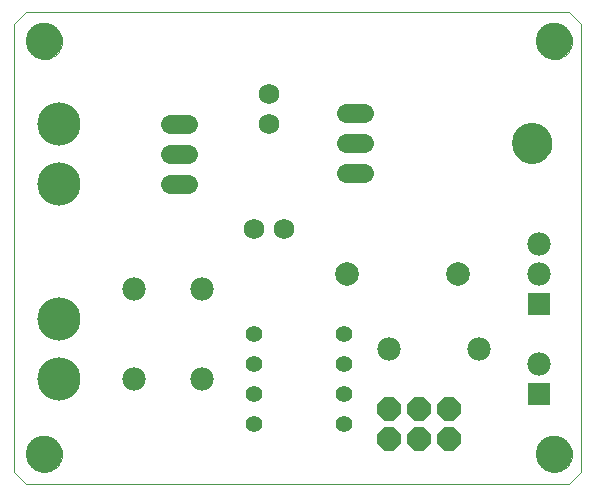
<source format=gbs>
G75*
G70*
%OFA0B0*%
%FSLAX24Y24*%
%IPPOS*%
%LPD*%
%AMOC8*
5,1,8,0,0,1.08239X$1,22.5*
%
%ADD10C,0.0000*%
%ADD11C,0.1221*%
%ADD12C,0.0640*%
%ADD13C,0.1340*%
%ADD14C,0.0560*%
%ADD15C,0.1440*%
%ADD16R,0.0780X0.0780*%
%ADD17C,0.0780*%
%ADD18C,0.0690*%
%ADD19C,0.0790*%
%ADD20OC8,0.0780*%
D10*
X000150Y000544D02*
X000544Y000150D01*
X018654Y000150D01*
X019048Y000544D01*
X019048Y015504D01*
X018654Y015898D01*
X000544Y015898D01*
X000150Y015504D01*
X000150Y000544D01*
X000559Y001150D02*
X000561Y001198D01*
X000567Y001246D01*
X000577Y001293D01*
X000590Y001339D01*
X000608Y001384D01*
X000628Y001428D01*
X000653Y001470D01*
X000681Y001509D01*
X000711Y001546D01*
X000745Y001580D01*
X000782Y001612D01*
X000820Y001641D01*
X000861Y001666D01*
X000904Y001688D01*
X000949Y001706D01*
X000995Y001720D01*
X001042Y001731D01*
X001090Y001738D01*
X001138Y001741D01*
X001186Y001740D01*
X001234Y001735D01*
X001282Y001726D01*
X001328Y001714D01*
X001373Y001697D01*
X001417Y001677D01*
X001459Y001654D01*
X001499Y001627D01*
X001537Y001597D01*
X001572Y001564D01*
X001604Y001528D01*
X001634Y001490D01*
X001660Y001449D01*
X001682Y001406D01*
X001702Y001362D01*
X001717Y001317D01*
X001729Y001270D01*
X001737Y001222D01*
X001741Y001174D01*
X001741Y001126D01*
X001737Y001078D01*
X001729Y001030D01*
X001717Y000983D01*
X001702Y000938D01*
X001682Y000894D01*
X001660Y000851D01*
X001634Y000810D01*
X001604Y000772D01*
X001572Y000736D01*
X001537Y000703D01*
X001499Y000673D01*
X001459Y000646D01*
X001417Y000623D01*
X001373Y000603D01*
X001328Y000586D01*
X001282Y000574D01*
X001234Y000565D01*
X001186Y000560D01*
X001138Y000559D01*
X001090Y000562D01*
X001042Y000569D01*
X000995Y000580D01*
X000949Y000594D01*
X000904Y000612D01*
X000861Y000634D01*
X000820Y000659D01*
X000782Y000688D01*
X000745Y000720D01*
X000711Y000754D01*
X000681Y000791D01*
X000653Y000830D01*
X000628Y000872D01*
X000608Y000916D01*
X000590Y000961D01*
X000577Y001007D01*
X000567Y001054D01*
X000561Y001102D01*
X000559Y001150D01*
X000559Y014912D02*
X000561Y014960D01*
X000567Y015008D01*
X000577Y015055D01*
X000590Y015101D01*
X000608Y015146D01*
X000628Y015190D01*
X000653Y015232D01*
X000681Y015271D01*
X000711Y015308D01*
X000745Y015342D01*
X000782Y015374D01*
X000820Y015403D01*
X000861Y015428D01*
X000904Y015450D01*
X000949Y015468D01*
X000995Y015482D01*
X001042Y015493D01*
X001090Y015500D01*
X001138Y015503D01*
X001186Y015502D01*
X001234Y015497D01*
X001282Y015488D01*
X001328Y015476D01*
X001373Y015459D01*
X001417Y015439D01*
X001459Y015416D01*
X001499Y015389D01*
X001537Y015359D01*
X001572Y015326D01*
X001604Y015290D01*
X001634Y015252D01*
X001660Y015211D01*
X001682Y015168D01*
X001702Y015124D01*
X001717Y015079D01*
X001729Y015032D01*
X001737Y014984D01*
X001741Y014936D01*
X001741Y014888D01*
X001737Y014840D01*
X001729Y014792D01*
X001717Y014745D01*
X001702Y014700D01*
X001682Y014656D01*
X001660Y014613D01*
X001634Y014572D01*
X001604Y014534D01*
X001572Y014498D01*
X001537Y014465D01*
X001499Y014435D01*
X001459Y014408D01*
X001417Y014385D01*
X001373Y014365D01*
X001328Y014348D01*
X001282Y014336D01*
X001234Y014327D01*
X001186Y014322D01*
X001138Y014321D01*
X001090Y014324D01*
X001042Y014331D01*
X000995Y014342D01*
X000949Y014356D01*
X000904Y014374D01*
X000861Y014396D01*
X000820Y014421D01*
X000782Y014450D01*
X000745Y014482D01*
X000711Y014516D01*
X000681Y014553D01*
X000653Y014592D01*
X000628Y014634D01*
X000608Y014678D01*
X000590Y014723D01*
X000577Y014769D01*
X000567Y014816D01*
X000561Y014864D01*
X000559Y014912D01*
X016756Y011512D02*
X016758Y011562D01*
X016764Y011612D01*
X016774Y011662D01*
X016787Y011710D01*
X016804Y011758D01*
X016825Y011804D01*
X016849Y011848D01*
X016877Y011890D01*
X016908Y011930D01*
X016942Y011967D01*
X016979Y012002D01*
X017018Y012033D01*
X017059Y012062D01*
X017103Y012087D01*
X017149Y012109D01*
X017196Y012127D01*
X017244Y012141D01*
X017293Y012152D01*
X017343Y012159D01*
X017393Y012162D01*
X017444Y012161D01*
X017494Y012156D01*
X017544Y012147D01*
X017592Y012135D01*
X017640Y012118D01*
X017686Y012098D01*
X017731Y012075D01*
X017774Y012048D01*
X017814Y012018D01*
X017852Y011985D01*
X017887Y011949D01*
X017920Y011910D01*
X017949Y011869D01*
X017975Y011826D01*
X017998Y011781D01*
X018017Y011734D01*
X018032Y011686D01*
X018044Y011637D01*
X018052Y011587D01*
X018056Y011537D01*
X018056Y011487D01*
X018052Y011437D01*
X018044Y011387D01*
X018032Y011338D01*
X018017Y011290D01*
X017998Y011243D01*
X017975Y011198D01*
X017949Y011155D01*
X017920Y011114D01*
X017887Y011075D01*
X017852Y011039D01*
X017814Y011006D01*
X017774Y010976D01*
X017731Y010949D01*
X017686Y010926D01*
X017640Y010906D01*
X017592Y010889D01*
X017544Y010877D01*
X017494Y010868D01*
X017444Y010863D01*
X017393Y010862D01*
X017343Y010865D01*
X017293Y010872D01*
X017244Y010883D01*
X017196Y010897D01*
X017149Y010915D01*
X017103Y010937D01*
X017059Y010962D01*
X017018Y010991D01*
X016979Y011022D01*
X016942Y011057D01*
X016908Y011094D01*
X016877Y011134D01*
X016849Y011176D01*
X016825Y011220D01*
X016804Y011266D01*
X016787Y011314D01*
X016774Y011362D01*
X016764Y011412D01*
X016758Y011462D01*
X016756Y011512D01*
X017559Y014912D02*
X017561Y014960D01*
X017567Y015008D01*
X017577Y015055D01*
X017590Y015101D01*
X017608Y015146D01*
X017628Y015190D01*
X017653Y015232D01*
X017681Y015271D01*
X017711Y015308D01*
X017745Y015342D01*
X017782Y015374D01*
X017820Y015403D01*
X017861Y015428D01*
X017904Y015450D01*
X017949Y015468D01*
X017995Y015482D01*
X018042Y015493D01*
X018090Y015500D01*
X018138Y015503D01*
X018186Y015502D01*
X018234Y015497D01*
X018282Y015488D01*
X018328Y015476D01*
X018373Y015459D01*
X018417Y015439D01*
X018459Y015416D01*
X018499Y015389D01*
X018537Y015359D01*
X018572Y015326D01*
X018604Y015290D01*
X018634Y015252D01*
X018660Y015211D01*
X018682Y015168D01*
X018702Y015124D01*
X018717Y015079D01*
X018729Y015032D01*
X018737Y014984D01*
X018741Y014936D01*
X018741Y014888D01*
X018737Y014840D01*
X018729Y014792D01*
X018717Y014745D01*
X018702Y014700D01*
X018682Y014656D01*
X018660Y014613D01*
X018634Y014572D01*
X018604Y014534D01*
X018572Y014498D01*
X018537Y014465D01*
X018499Y014435D01*
X018459Y014408D01*
X018417Y014385D01*
X018373Y014365D01*
X018328Y014348D01*
X018282Y014336D01*
X018234Y014327D01*
X018186Y014322D01*
X018138Y014321D01*
X018090Y014324D01*
X018042Y014331D01*
X017995Y014342D01*
X017949Y014356D01*
X017904Y014374D01*
X017861Y014396D01*
X017820Y014421D01*
X017782Y014450D01*
X017745Y014482D01*
X017711Y014516D01*
X017681Y014553D01*
X017653Y014592D01*
X017628Y014634D01*
X017608Y014678D01*
X017590Y014723D01*
X017577Y014769D01*
X017567Y014816D01*
X017561Y014864D01*
X017559Y014912D01*
X017559Y001150D02*
X017561Y001198D01*
X017567Y001246D01*
X017577Y001293D01*
X017590Y001339D01*
X017608Y001384D01*
X017628Y001428D01*
X017653Y001470D01*
X017681Y001509D01*
X017711Y001546D01*
X017745Y001580D01*
X017782Y001612D01*
X017820Y001641D01*
X017861Y001666D01*
X017904Y001688D01*
X017949Y001706D01*
X017995Y001720D01*
X018042Y001731D01*
X018090Y001738D01*
X018138Y001741D01*
X018186Y001740D01*
X018234Y001735D01*
X018282Y001726D01*
X018328Y001714D01*
X018373Y001697D01*
X018417Y001677D01*
X018459Y001654D01*
X018499Y001627D01*
X018537Y001597D01*
X018572Y001564D01*
X018604Y001528D01*
X018634Y001490D01*
X018660Y001449D01*
X018682Y001406D01*
X018702Y001362D01*
X018717Y001317D01*
X018729Y001270D01*
X018737Y001222D01*
X018741Y001174D01*
X018741Y001126D01*
X018737Y001078D01*
X018729Y001030D01*
X018717Y000983D01*
X018702Y000938D01*
X018682Y000894D01*
X018660Y000851D01*
X018634Y000810D01*
X018604Y000772D01*
X018572Y000736D01*
X018537Y000703D01*
X018499Y000673D01*
X018459Y000646D01*
X018417Y000623D01*
X018373Y000603D01*
X018328Y000586D01*
X018282Y000574D01*
X018234Y000565D01*
X018186Y000560D01*
X018138Y000559D01*
X018090Y000562D01*
X018042Y000569D01*
X017995Y000580D01*
X017949Y000594D01*
X017904Y000612D01*
X017861Y000634D01*
X017820Y000659D01*
X017782Y000688D01*
X017745Y000720D01*
X017711Y000754D01*
X017681Y000791D01*
X017653Y000830D01*
X017628Y000872D01*
X017608Y000916D01*
X017590Y000961D01*
X017577Y001007D01*
X017567Y001054D01*
X017561Y001102D01*
X017559Y001150D01*
D11*
X018150Y001150D03*
X018150Y014912D03*
X001150Y014912D03*
X001150Y001150D03*
D12*
X005350Y010150D02*
X005950Y010150D01*
X005950Y011150D02*
X005350Y011150D01*
X005350Y012150D02*
X005950Y012150D01*
X011206Y012512D02*
X011806Y012512D01*
X011806Y011512D02*
X011206Y011512D01*
X011206Y010512D02*
X011806Y010512D01*
D13*
X017406Y011512D03*
D14*
X011150Y005150D03*
X011150Y004150D03*
X011150Y003150D03*
X011150Y002150D03*
X008150Y002150D03*
X008150Y003150D03*
X008150Y004150D03*
X008150Y005150D03*
D15*
X001650Y005650D03*
X001650Y003650D03*
X001650Y010150D03*
X001650Y012150D03*
D16*
X017650Y006150D03*
X017650Y003150D03*
D17*
X017650Y004150D03*
X015650Y004650D03*
X012650Y004650D03*
X017650Y007150D03*
X017650Y008150D03*
X006400Y006650D03*
X004150Y006650D03*
X004150Y003650D03*
X006400Y003650D03*
D18*
X008150Y008650D03*
X009150Y008650D03*
X008650Y012150D03*
X008650Y013150D03*
D19*
X011250Y007150D03*
X014950Y007150D03*
D20*
X014650Y002650D03*
X013650Y002650D03*
X013650Y001650D03*
X014650Y001650D03*
X012650Y001650D03*
X012650Y002650D03*
M02*

</source>
